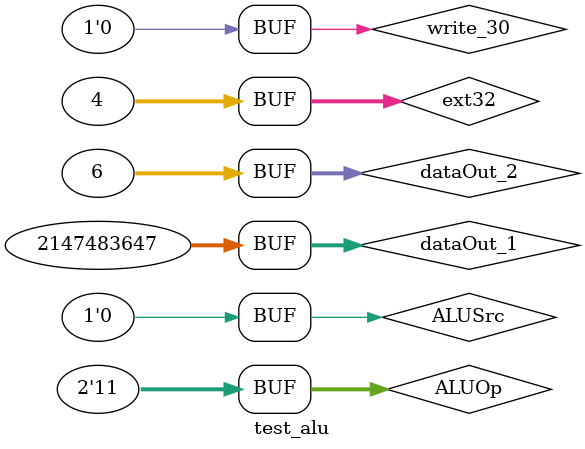
<source format=v>
module test_alu;
  
  reg [31:0] dataOut_1, dataOut_2, ext32;
  reg ALUSrc;
  reg [1:0] ALUOp;
  reg write_30;
  wire zero, overflow;
  wire [31:0] alu_res;

  alu alu1(dataOut_1, dataOut_2, ext32, ALUSrc, ALUOp, zero, overflow, alu_res, write_30);
  
  initial
  begin
    dataOut_1 = 32'h7fff_ffff;
    dataOut_2 = 32'h0000_0006;
    ext32 = 32'h0000_0004;
    ALUSrc = 0;
    ALUOp = 2'b00;
    write_30 = 0;
    #100
    ALUOp = 2'b01;
    
    #100
    ALUOp = 2'b10;
    
    #100
    ALUOp = 2'b11;
    
    #100
    ALUSrc = 0;
    ALUOp = 2'b00;
    
    #100
    ALUOp = 2'b01;
    
    #100
    ALUOp = 2'b10;
    
    #100
    ALUOp = 2'b11;
  
  end

endmodule

</source>
